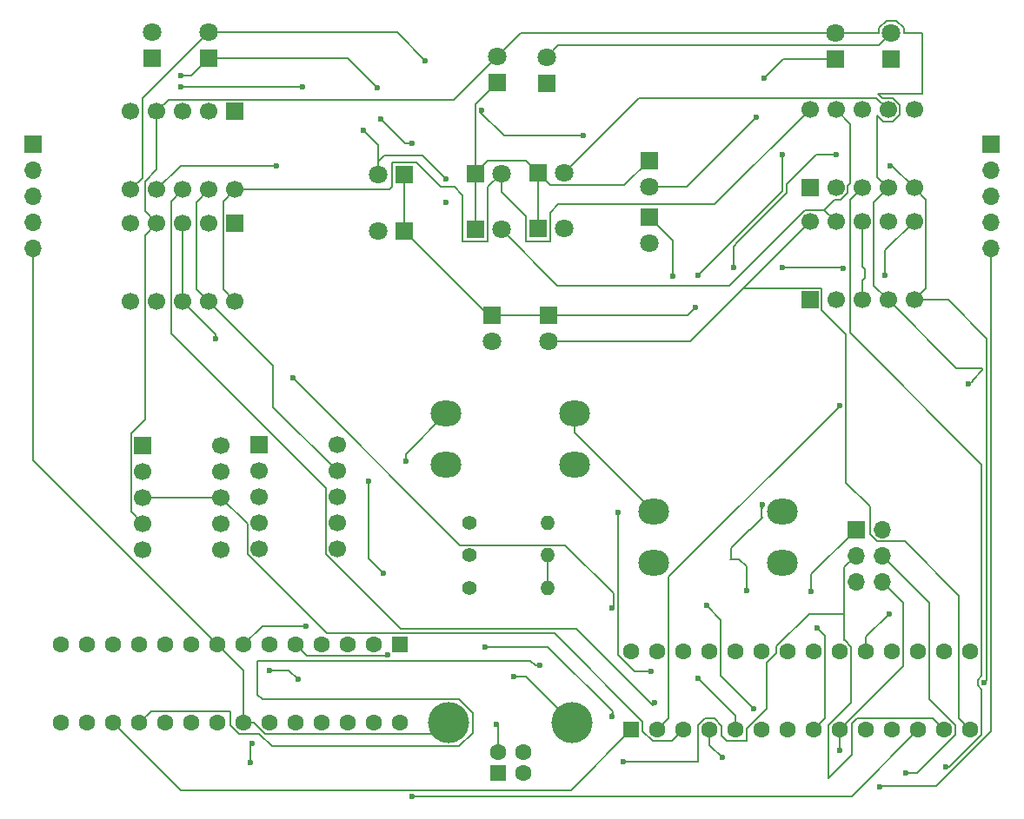
<source format=gbr>
%TF.GenerationSoftware,KiCad,Pcbnew,9.0.0*%
%TF.CreationDate,2025-02-26T11:53:00+01:00*%
%TF.ProjectId,game,67616d65-2e6b-4696-9361-645f70636258,rev?*%
%TF.SameCoordinates,Original*%
%TF.FileFunction,Copper,L2,Bot*%
%TF.FilePolarity,Positive*%
%FSLAX46Y46*%
G04 Gerber Fmt 4.6, Leading zero omitted, Abs format (unit mm)*
G04 Created by KiCad (PCBNEW 9.0.0) date 2025-02-26 11:53:00*
%MOMM*%
%LPD*%
G01*
G04 APERTURE LIST*
G04 Aperture macros list*
%AMRoundRect*
0 Rectangle with rounded corners*
0 $1 Rounding radius*
0 $2 $3 $4 $5 $6 $7 $8 $9 X,Y pos of 4 corners*
0 Add a 4 corners polygon primitive as box body*
4,1,4,$2,$3,$4,$5,$6,$7,$8,$9,$2,$3,0*
0 Add four circle primitives for the rounded corners*
1,1,$1+$1,$2,$3*
1,1,$1+$1,$4,$5*
1,1,$1+$1,$6,$7*
1,1,$1+$1,$8,$9*
0 Add four rect primitives between the rounded corners*
20,1,$1+$1,$2,$3,$4,$5,0*
20,1,$1+$1,$4,$5,$6,$7,0*
20,1,$1+$1,$6,$7,$8,$9,0*
20,1,$1+$1,$8,$9,$2,$3,0*%
G04 Aperture macros list end*
%TA.AperFunction,ComponentPad*%
%ADD10C,4.000000*%
%TD*%
%TA.AperFunction,ComponentPad*%
%ADD11C,1.600000*%
%TD*%
%TA.AperFunction,ComponentPad*%
%ADD12R,1.600000X1.600000*%
%TD*%
%TA.AperFunction,ComponentPad*%
%ADD13R,1.700000X1.700000*%
%TD*%
%TA.AperFunction,ComponentPad*%
%ADD14C,1.700000*%
%TD*%
%TA.AperFunction,ComponentPad*%
%ADD15RoundRect,0.250000X-0.550000X0.550000X-0.550000X-0.550000X0.550000X-0.550000X0.550000X0.550000X0*%
%TD*%
%TA.AperFunction,ComponentPad*%
%ADD16RoundRect,0.250000X0.550000X-0.550000X0.550000X0.550000X-0.550000X0.550000X-0.550000X-0.550000X0*%
%TD*%
%TA.AperFunction,ComponentPad*%
%ADD17O,3.000000X2.500000*%
%TD*%
%TA.AperFunction,ComponentPad*%
%ADD18C,1.400000*%
%TD*%
%TA.AperFunction,ComponentPad*%
%ADD19O,1.400000X1.400000*%
%TD*%
%TA.AperFunction,ComponentPad*%
%ADD20O,1.700000X1.700000*%
%TD*%
%TA.AperFunction,ComponentPad*%
%ADD21R,1.800000X1.800000*%
%TD*%
%TA.AperFunction,ComponentPad*%
%ADD22C,1.800000*%
%TD*%
%TA.AperFunction,ViaPad*%
%ADD23C,0.600000*%
%TD*%
%TA.AperFunction,Conductor*%
%ADD24C,0.200000*%
%TD*%
G04 APERTURE END LIST*
D10*
%TO.P,J5,5,Shield*%
%TO.N,GND*%
X155000000Y-150827500D03*
X143000000Y-150827500D03*
D11*
%TO.P,J5,4,GND*%
X147750000Y-153687500D03*
%TO.P,J5,3,D+*%
%TO.N,unconnected-(J5-D+-Pad3)*%
X150250000Y-153687500D03*
%TO.P,J5,2,D-*%
%TO.N,unconnected-(J5-D--Pad2)*%
X150250000Y-155687500D03*
D12*
%TO.P,J5,1,VBUS*%
%TO.N,+5V*%
X147750000Y-155687500D03*
%TD*%
D13*
%TO.P,U10,1,G*%
%TO.N,/G*%
X124517500Y-123747500D03*
D14*
%TO.P,U10,2,F*%
%TO.N,/F*%
X124517500Y-126287500D03*
%TO.P,U10,3,GND*%
%TO.N,/DIG5*%
X124517500Y-128827500D03*
%TO.P,U10,4,E*%
%TO.N,/E*%
X124517500Y-131367500D03*
%TO.P,U10,5,D*%
%TO.N,/D*%
X124517500Y-133907500D03*
%TO.P,U10,6,DP*%
%TO.N,/DP*%
X132137500Y-133907500D03*
%TO.P,U10,7,C*%
%TO.N,/C*%
X132137500Y-131367500D03*
%TO.P,U10,8,GND*%
%TO.N,/DIG5*%
X132137500Y-128827500D03*
%TO.P,U10,9,B*%
%TO.N,/B*%
X132137500Y-126287500D03*
%TO.P,U10,10,A*%
%TO.N,/A*%
X132137500Y-123747500D03*
%TD*%
D13*
%TO.P,U9,1,G*%
%TO.N,/G*%
X113180000Y-123760000D03*
D14*
%TO.P,U9,2,F*%
%TO.N,/F*%
X113180000Y-126300000D03*
%TO.P,U9,3,GND*%
%TO.N,/DIG4*%
X113180000Y-128840000D03*
%TO.P,U9,4,E*%
%TO.N,/E*%
X113180000Y-131380000D03*
%TO.P,U9,5,D*%
%TO.N,/D*%
X113180000Y-133920000D03*
%TO.P,U9,6,DP*%
%TO.N,/DP*%
X120800000Y-133920000D03*
%TO.P,U9,7,C*%
%TO.N,/C*%
X120800000Y-131380000D03*
%TO.P,U9,8,GND*%
%TO.N,/DIG4*%
X120800000Y-128840000D03*
%TO.P,U9,9,B*%
%TO.N,/B*%
X120800000Y-126300000D03*
%TO.P,U9,10,A*%
%TO.N,/A*%
X120800000Y-123760000D03*
%TD*%
D13*
%TO.P,U8,1,G*%
%TO.N,/G*%
X122152500Y-102117500D03*
D14*
%TO.P,U8,2,F*%
%TO.N,/F*%
X119612500Y-102117500D03*
%TO.P,U8,3,GND*%
%TO.N,/DIG3*%
X117072500Y-102117500D03*
%TO.P,U8,4,E*%
%TO.N,/E*%
X114532500Y-102117500D03*
%TO.P,U8,5,D*%
%TO.N,/D*%
X111992500Y-102117500D03*
%TO.P,U8,6,DP*%
%TO.N,/DP*%
X111992500Y-109737500D03*
%TO.P,U8,7,C*%
%TO.N,/C*%
X114532500Y-109737500D03*
%TO.P,U8,8,GND*%
%TO.N,/DIG3*%
X117072500Y-109737500D03*
%TO.P,U8,9,B*%
%TO.N,/B*%
X119612500Y-109737500D03*
%TO.P,U8,10,A*%
%TO.N,/A*%
X122152500Y-109737500D03*
%TD*%
D13*
%TO.P,U7,1,G*%
%TO.N,/G*%
X122152500Y-91217500D03*
D14*
%TO.P,U7,2,F*%
%TO.N,/F*%
X119612500Y-91217500D03*
%TO.P,U7,3,GND*%
%TO.N,/DIG2*%
X117072500Y-91217500D03*
%TO.P,U7,4,E*%
%TO.N,/E*%
X114532500Y-91217500D03*
%TO.P,U7,5,D*%
%TO.N,/D*%
X111992500Y-91217500D03*
%TO.P,U7,6,DP*%
%TO.N,/DP*%
X111992500Y-98837500D03*
%TO.P,U7,7,C*%
%TO.N,/C*%
X114532500Y-98837500D03*
%TO.P,U7,8,GND*%
%TO.N,/DIG2*%
X117072500Y-98837500D03*
%TO.P,U7,9,B*%
%TO.N,/B*%
X119612500Y-98837500D03*
%TO.P,U7,10,A*%
%TO.N,/A*%
X122152500Y-98837500D03*
%TD*%
D13*
%TO.P,U6,1,G*%
%TO.N,/G*%
X178147500Y-98682500D03*
D14*
%TO.P,U6,2,F*%
%TO.N,/F*%
X180687500Y-98682500D03*
%TO.P,U6,3,GND*%
%TO.N,/DIG1*%
X183227500Y-98682500D03*
%TO.P,U6,4,E*%
%TO.N,/E*%
X185767500Y-98682500D03*
%TO.P,U6,5,D*%
%TO.N,/D*%
X188307500Y-98682500D03*
%TO.P,U6,6,DP*%
%TO.N,/DP*%
X188307500Y-91062500D03*
%TO.P,U6,7,C*%
%TO.N,/C*%
X185767500Y-91062500D03*
%TO.P,U6,8,GND*%
%TO.N,/DIG1*%
X183227500Y-91062500D03*
%TO.P,U6,9,B*%
%TO.N,/B*%
X180687500Y-91062500D03*
%TO.P,U6,10,A*%
%TO.N,/A*%
X178147500Y-91062500D03*
%TD*%
D13*
%TO.P,U5,1,G*%
%TO.N,/G*%
X178147500Y-109582500D03*
D14*
%TO.P,U5,2,F*%
%TO.N,/F*%
X180687500Y-109582500D03*
%TO.P,U5,3,GND*%
%TO.N,/DIG0*%
X183227500Y-109582500D03*
%TO.P,U5,4,E*%
%TO.N,/E*%
X185767500Y-109582500D03*
%TO.P,U5,5,D*%
%TO.N,/D*%
X188307500Y-109582500D03*
%TO.P,U5,6,DP*%
%TO.N,/DP*%
X188307500Y-101962500D03*
%TO.P,U5,7,C*%
%TO.N,/C*%
X185767500Y-101962500D03*
%TO.P,U5,8,GND*%
%TO.N,/DIG0*%
X183227500Y-101962500D03*
%TO.P,U5,9,B*%
%TO.N,/B*%
X180687500Y-101962500D03*
%TO.P,U5,10,A*%
%TO.N,/A*%
X178147500Y-101962500D03*
%TD*%
D15*
%TO.P,U2,1,~{RESET}/PC6*%
%TO.N,unconnected-(U2-~{RESET}{slash}PC6-Pad1)*%
X138260000Y-143195000D03*
D11*
%TO.P,U2,2,PD0*%
%TO.N,/PD0*%
X135720000Y-143195000D03*
%TO.P,U2,3,PD1*%
%TO.N,/PD1*%
X133180000Y-143195000D03*
%TO.P,U2,4,PD2*%
%TO.N,/PD2*%
X130640000Y-143195000D03*
%TO.P,U2,5,PD3*%
%TO.N,/PD3*%
X128100000Y-143195000D03*
%TO.P,U2,6,PD4*%
%TO.N,/PD4*%
X125560000Y-143195000D03*
%TO.P,U2,7,VCC*%
%TO.N,+5V*%
X123020000Y-143195000D03*
%TO.P,U2,8,GND*%
%TO.N,GND*%
X120480000Y-143195000D03*
%TO.P,U2,9,XTAL1/PB6*%
%TO.N,unconnected-(U2-XTAL1{slash}PB6-Pad9)*%
X117940000Y-143195000D03*
%TO.P,U2,10,XTAL2/PB7*%
%TO.N,unconnected-(U2-XTAL2{slash}PB7-Pad10)*%
X115400000Y-143195000D03*
%TO.P,U2,11,PD5*%
%TO.N,/PD5*%
X112860000Y-143195000D03*
%TO.P,U2,12,PD6*%
%TO.N,/PD6*%
X110320000Y-143195000D03*
%TO.P,U2,13,PD7*%
%TO.N,/PD7*%
X107780000Y-143195000D03*
%TO.P,U2,14,PB0*%
%TO.N,/PB0*%
X105240000Y-143195000D03*
%TO.P,U2,15,PB1*%
%TO.N,/PB1*%
X105240000Y-150815000D03*
%TO.P,U2,16,PB2*%
%TO.N,/LOAD*%
X107780000Y-150815000D03*
%TO.P,U2,17,PB3*%
%TO.N,MOSI*%
X110320000Y-150815000D03*
%TO.P,U2,18,PB4*%
%TO.N,MISO*%
X112860000Y-150815000D03*
%TO.P,U2,19,PB5*%
%TO.N,SCK*%
X115400000Y-150815000D03*
%TO.P,U2,20,AVCC*%
%TO.N,unconnected-(U2-AVCC-Pad20)*%
X117940000Y-150815000D03*
%TO.P,U2,21,AREF*%
%TO.N,unconnected-(U2-AREF-Pad21)*%
X120480000Y-150815000D03*
%TO.P,U2,22,GND*%
%TO.N,GND*%
X123020000Y-150815000D03*
%TO.P,U2,23,PC0*%
%TO.N,+5V*%
X125560000Y-150815000D03*
%TO.P,U2,24,PC1*%
%TO.N,unconnected-(U2-PC1-Pad24)*%
X128100000Y-150815000D03*
%TO.P,U2,25,PC2*%
%TO.N,unconnected-(U2-PC2-Pad25)*%
X130640000Y-150815000D03*
%TO.P,U2,26,PC3*%
%TO.N,unconnected-(U2-PC3-Pad26)*%
X133180000Y-150815000D03*
%TO.P,U2,27,PC4*%
%TO.N,unconnected-(U2-PC4-Pad27)*%
X135720000Y-150815000D03*
%TO.P,U2,28,PC5*%
%TO.N,unconnected-(U2-PC5-Pad28)*%
X138260000Y-150815000D03*
%TD*%
D16*
%TO.P,U1,1,DIN*%
%TO.N,MOSI*%
X160780000Y-151500000D03*
D11*
%TO.P,U1,2,DIG_0*%
%TO.N,/DIG0*%
X163320000Y-151500000D03*
%TO.P,U1,3,DIG_4*%
%TO.N,/DIG4*%
X165860000Y-151500000D03*
%TO.P,U1,4,GND*%
%TO.N,GND*%
X168400000Y-151500000D03*
%TO.P,U1,5,DIG_6*%
%TO.N,/DIG6*%
X170940000Y-151500000D03*
%TO.P,U1,6,DIG_2*%
%TO.N,/DIG2*%
X173480000Y-151500000D03*
%TO.P,U1,7,DIG_3*%
%TO.N,/DIG3*%
X176020000Y-151500000D03*
%TO.P,U1,8,DIG_7*%
%TO.N,/DIG7*%
X178560000Y-151500000D03*
%TO.P,U1,9,GND*%
%TO.N,GND*%
X181100000Y-151500000D03*
%TO.P,U1,10,DIG_5*%
%TO.N,/DIG5*%
X183640000Y-151500000D03*
%TO.P,U1,11,DIG_1*%
%TO.N,/DIG1*%
X186180000Y-151500000D03*
%TO.P,U1,12,LOAD*%
%TO.N,/LOAD*%
X188720000Y-151500000D03*
%TO.P,U1,13,CLK*%
%TO.N,SCK*%
X191260000Y-151500000D03*
%TO.P,U1,14,SEG_A*%
%TO.N,/A*%
X193800000Y-151500000D03*
%TO.P,U1,15,SEG_F*%
%TO.N,/F*%
X193800000Y-143880000D03*
%TO.P,U1,16,SEG_B*%
%TO.N,/B*%
X191260000Y-143880000D03*
%TO.P,U1,17,SEG_G*%
%TO.N,/G*%
X188720000Y-143880000D03*
%TO.P,U1,18,ISET*%
%TO.N,Net-(U1-ISET)*%
X186180000Y-143880000D03*
%TO.P,U1,19,V+*%
%TO.N,+5V*%
X183640000Y-143880000D03*
%TO.P,U1,20,SEG_C*%
%TO.N,/C*%
X181100000Y-143880000D03*
%TO.P,U1,21,SEG_E*%
%TO.N,/E*%
X178560000Y-143880000D03*
%TO.P,U1,22,SEG_DP*%
%TO.N,/DP*%
X176020000Y-143880000D03*
%TO.P,U1,23,SEG_D*%
%TO.N,/D*%
X173480000Y-143880000D03*
%TO.P,U1,24,DOUT*%
%TO.N,unconnected-(U1-DOUT-Pad24)*%
X170940000Y-143880000D03*
%TO.P,U1,25*%
%TO.N,N/C*%
X168400000Y-143880000D03*
%TO.P,U1,26*%
X165860000Y-143880000D03*
%TO.P,U1,27*%
X163320000Y-143880000D03*
%TO.P,U1,28*%
X160780000Y-143880000D03*
%TD*%
D17*
%TO.P,SW4,1,1*%
%TO.N,+5V*%
X162950000Y-130200000D03*
X175450000Y-130200000D03*
%TO.P,SW4,2,2*%
%TO.N,unconnected-(SW4-Pad2)*%
X162950000Y-135200000D03*
%TO.N,unconnected-(SW4-Pad2)_1*%
X175450000Y-135200000D03*
%TD*%
%TO.P,SW3,1,1*%
%TO.N,+5V*%
X142750000Y-120700000D03*
X155250000Y-120700000D03*
%TO.P,SW3,2,2*%
%TO.N,unconnected-(SW3-Pad2)*%
X142750000Y-125700000D03*
%TO.N,unconnected-(SW3-Pad2)_1*%
X155250000Y-125700000D03*
%TD*%
D18*
%TO.P,R3,1*%
%TO.N,/PB1*%
X144980000Y-137650000D03*
D19*
%TO.P,R3,2*%
%TO.N,GND*%
X152600000Y-137650000D03*
%TD*%
D18*
%TO.P,R2,1*%
%TO.N,/PB0*%
X144980000Y-134500000D03*
D19*
%TO.P,R2,2*%
%TO.N,GND*%
X152600000Y-134500000D03*
%TD*%
D18*
%TO.P,R1,1*%
%TO.N,GND*%
X144980000Y-131350000D03*
D19*
%TO.P,R1,2*%
%TO.N,Net-(U1-ISET)*%
X152600000Y-131350000D03*
%TD*%
D13*
%TO.P,J6,1,Pin_1*%
%TO.N,MISO*%
X182650000Y-131975000D03*
D20*
%TO.P,J6,2,Pin_2*%
%TO.N,+5V*%
X185190000Y-131975000D03*
%TO.P,J6,3,Pin_3*%
%TO.N,SCK*%
X182650000Y-134515000D03*
%TO.P,J6,4,Pin_4*%
%TO.N,MOSI*%
X185190000Y-134515000D03*
%TO.P,J6,5,Pin_5*%
%TO.N,Reset*%
X182650000Y-137055000D03*
%TO.P,J6,6,Pin_6*%
%TO.N,GND*%
X185190000Y-137055000D03*
%TD*%
D13*
%TO.P,J4,1,Pin_1*%
%TO.N,/PD4*%
X102500000Y-94420000D03*
D20*
%TO.P,J4,2,Pin_2*%
%TO.N,/PD5*%
X102500000Y-96960000D03*
%TO.P,J4,3,Pin_3*%
%TO.N,/PD6*%
X102500000Y-99500000D03*
%TO.P,J4,4,Pin_4*%
%TO.N,/PD7*%
X102500000Y-102040000D03*
%TO.P,J4,5,Pin_5*%
%TO.N,GND*%
X102500000Y-104580000D03*
%TD*%
D13*
%TO.P,J3,1,Pin_1*%
%TO.N,/PD0*%
X195800000Y-94440000D03*
D20*
%TO.P,J3,2,Pin_2*%
%TO.N,/PD1*%
X195800000Y-96980000D03*
%TO.P,J3,3,Pin_3*%
%TO.N,/PD2*%
X195800000Y-99520000D03*
%TO.P,J3,4,Pin_4*%
%TO.N,/PD3*%
X195800000Y-102060000D03*
%TO.P,J3,5,Pin_5*%
%TO.N,GND*%
X195800000Y-104600000D03*
%TD*%
D21*
%TO.P,D16,1,K*%
%TO.N,/DIG7*%
X119570000Y-86070000D03*
D22*
%TO.P,D16,2,A*%
%TO.N,/DP*%
X119570000Y-83530000D03*
%TD*%
D21*
%TO.P,D15,1,K*%
%TO.N,/DIG7*%
X114100000Y-86070000D03*
D22*
%TO.P,D15,2,A*%
%TO.N,/F*%
X114100000Y-83530000D03*
%TD*%
D21*
%TO.P,D14,1,K*%
%TO.N,/DIG7*%
X186100000Y-86100000D03*
D22*
%TO.P,D14,2,A*%
%TO.N,/F*%
X186100000Y-83560000D03*
%TD*%
D21*
%TO.P,D13,1,K*%
%TO.N,/DIG7*%
X180630000Y-86100000D03*
D22*
%TO.P,D13,2,A*%
%TO.N,/E*%
X180630000Y-83560000D03*
%TD*%
D21*
%TO.P,D12,1,K*%
%TO.N,/DIG7*%
X138640000Y-97400000D03*
D22*
%TO.P,D12,2,A*%
%TO.N,/D*%
X136100000Y-97400000D03*
%TD*%
D21*
%TO.P,D11,1,K*%
%TO.N,/DIG7*%
X138640000Y-102870000D03*
D22*
%TO.P,D11,2,A*%
%TO.N,/C*%
X136100000Y-102870000D03*
%TD*%
D21*
%TO.P,D10,1,K*%
%TO.N,/DIG7*%
X147200000Y-111060000D03*
D22*
%TO.P,D10,2,A*%
%TO.N,/B*%
X147200000Y-113600000D03*
%TD*%
D21*
%TO.P,D9,1,K*%
%TO.N,/DIG7*%
X152670000Y-111060000D03*
D22*
%TO.P,D9,2,A*%
%TO.N,/A*%
X152670000Y-113600000D03*
%TD*%
D21*
%TO.P,D8,1,K*%
%TO.N,/DIG6*%
X162500000Y-101500000D03*
D22*
%TO.P,D8,2,A*%
%TO.N,/DP*%
X162500000Y-104040000D03*
%TD*%
D21*
%TO.P,D7,1,K*%
%TO.N,/DIG6*%
X162500000Y-96000000D03*
D22*
%TO.P,D7,2,A*%
%TO.N,/F*%
X162500000Y-98540000D03*
%TD*%
D21*
%TO.P,D6,1,K*%
%TO.N,/DIG6*%
X152500000Y-88470000D03*
D22*
%TO.P,D6,2,A*%
%TO.N,/F*%
X152500000Y-85930000D03*
%TD*%
D21*
%TO.P,D5,1,K*%
%TO.N,/DIG6*%
X147700000Y-88400000D03*
D22*
%TO.P,D5,2,A*%
%TO.N,/E*%
X147700000Y-85860000D03*
%TD*%
D21*
%TO.P,D4,1,K*%
%TO.N,/DIG6*%
X151660000Y-102670000D03*
D22*
%TO.P,D4,2,A*%
%TO.N,/D*%
X154200000Y-102670000D03*
%TD*%
D21*
%TO.P,D3,1,K*%
%TO.N,/DIG6*%
X151660000Y-97200000D03*
D22*
%TO.P,D3,2,A*%
%TO.N,/C*%
X154200000Y-97200000D03*
%TD*%
D21*
%TO.P,D2,1,K*%
%TO.N,/DIG6*%
X145560000Y-102730000D03*
D22*
%TO.P,D2,2,A*%
%TO.N,/B*%
X148100000Y-102730000D03*
%TD*%
D21*
%TO.P,D1,1,K*%
%TO.N,/DIG6*%
X145560000Y-97260000D03*
D22*
%TO.P,D1,2,A*%
%TO.N,/A*%
X148100000Y-97260000D03*
%TD*%
D23*
%TO.N,GND*%
X184980871Y-157050000D03*
%TO.N,+5V*%
X129100000Y-141400000D03*
X136600000Y-136200000D03*
X135200000Y-127300000D03*
X138816502Y-125339967D03*
X125500000Y-145700000D03*
X128300000Y-146600000D03*
X123800000Y-152800000D03*
X123700000Y-154700000D03*
%TO.N,GND*%
X169600000Y-154200000D03*
X181100000Y-153500000D03*
%TO.N,+5V*%
X185900000Y-140200000D03*
%TO.N,GND*%
X149300000Y-146300000D03*
X147617940Y-150974689D03*
%TO.N,/DIG5*%
X146500000Y-143400000D03*
X158839293Y-150251000D03*
%TO.N,/DIG1*%
X191401748Y-155101748D03*
%TO.N,/DIG7*%
X139400000Y-94300000D03*
X136400000Y-92000000D03*
X136000000Y-88900000D03*
X116900000Y-87700000D03*
X167300000Y-107200000D03*
X175500000Y-95400000D03*
X173700000Y-88000000D03*
X167000000Y-110300000D03*
X173489289Y-129550000D03*
X172000000Y-137900000D03*
X178900000Y-141600000D03*
%TO.N,/DIG6*%
X167300000Y-146500000D03*
X162700000Y-145800000D03*
X159500000Y-130300000D03*
X164800000Y-107300000D03*
%TO.N,/F*%
X172900000Y-91800000D03*
%TO.N,/DIG3*%
X120300000Y-113400000D03*
X127800000Y-117200000D03*
X158850000Y-139646831D03*
X168100000Y-139400000D03*
X172700000Y-149450000D03*
%TO.N,/DIG2*%
X163000000Y-148850000D03*
%TO.N,SCK*%
X160000000Y-154600000D03*
%TO.N,MOSI*%
X187500000Y-155700000D03*
%TO.N,MISO*%
X178300000Y-138000000D03*
X151866111Y-145251000D03*
%TO.N,/LOAD*%
X139400000Y-158000000D03*
%TO.N,/PD3*%
X137047700Y-144193761D03*
%TO.N,/D*%
X195150000Y-146896142D03*
X186000000Y-96500000D03*
X180700000Y-95400000D03*
X170700000Y-106400000D03*
X142700000Y-100100000D03*
X142700000Y-97800000D03*
X134700000Y-93100000D03*
X128700000Y-88800000D03*
X116900000Y-88800000D03*
%TO.N,/DP*%
X185500000Y-107200000D03*
X181426500Y-106509278D03*
X175500000Y-106400000D03*
X156100000Y-93600000D03*
X146210000Y-91109620D03*
X140650000Y-86250000D03*
%TO.N,/E*%
X193599004Y-117817091D03*
%TO.N,/DIG0*%
X181049291Y-119912801D03*
%TO.N,/C*%
X126200000Y-96500000D03*
%TD*%
D24*
%TO.N,/A*%
X146761000Y-98599000D02*
X148100000Y-97260000D01*
X146761000Y-103931000D02*
X146761000Y-98599000D01*
X144359000Y-103931000D02*
X146761000Y-103931000D01*
X137439000Y-96199000D02*
X139841000Y-96199000D01*
%TO.N,/DIG6*%
X145560000Y-102730000D02*
X145560000Y-97260000D01*
%TO.N,/A*%
X142242000Y-98600000D02*
X143559000Y-98600000D01*
X137439000Y-98601000D02*
X137439000Y-96199000D01*
X137202500Y-98837500D02*
X137439000Y-98601000D01*
X139841000Y-96199000D02*
X142242000Y-98600000D01*
X122152500Y-98837500D02*
X137202500Y-98837500D01*
X143559000Y-98600000D02*
X144359000Y-99400000D01*
X144359000Y-99400000D02*
X144359000Y-103931000D01*
%TO.N,GND*%
X195800000Y-104600000D02*
X195800000Y-151622735D01*
X190422735Y-157000000D02*
X185030871Y-157000000D01*
X195800000Y-151622735D02*
X190422735Y-157000000D01*
X185030871Y-157000000D02*
X184980871Y-157050000D01*
%TO.N,/DIG1*%
X194901000Y-147546142D02*
X194901000Y-151956049D01*
X194500000Y-147145142D02*
X194901000Y-147546142D01*
X194901000Y-151956049D02*
X191755301Y-155101748D01*
X194500000Y-146626903D02*
X194500000Y-147145142D01*
X194901000Y-146225903D02*
X194500000Y-146626903D01*
X182076500Y-112809400D02*
X194901000Y-125633900D01*
X182076500Y-99833500D02*
X182076500Y-112809400D01*
X191755301Y-155101748D02*
X191401748Y-155101748D01*
X194901000Y-125633900D02*
X194901000Y-146225903D01*
%TO.N,/D*%
X195400000Y-113371238D02*
X195400000Y-146646142D01*
X195400000Y-146646142D02*
X195150000Y-146896142D01*
X191611262Y-109582500D02*
X195400000Y-113371238D01*
X188307500Y-109582500D02*
X191611262Y-109582500D01*
%TO.N,/DIG1*%
X183227500Y-98682500D02*
X182076500Y-99833500D01*
%TO.N,+5V*%
X124815000Y-141400000D02*
X123020000Y-143195000D01*
X129100000Y-141400000D02*
X124815000Y-141400000D01*
X135200000Y-134800000D02*
X136600000Y-136200000D01*
X135200000Y-127300000D02*
X135200000Y-134800000D01*
X138800000Y-124650000D02*
X138800000Y-125300000D01*
X142750000Y-120700000D02*
X138800000Y-124650000D01*
X155250000Y-120700000D02*
X155250000Y-122500000D01*
X155250000Y-122500000D02*
X162950000Y-130200000D01*
X127400000Y-145700000D02*
X125500000Y-145700000D01*
X128300000Y-146600000D02*
X127400000Y-145700000D01*
X123700000Y-152900000D02*
X123800000Y-152800000D01*
X123700000Y-154700000D02*
X123700000Y-152900000D01*
%TO.N,GND*%
X147750000Y-151106749D02*
X147617940Y-150974689D01*
X147750000Y-153687500D02*
X147750000Y-151106749D01*
%TO.N,/DIG5*%
X158839293Y-149944463D02*
X158839293Y-150251000D01*
X158933249Y-149850507D02*
X158839293Y-149944463D01*
X158933249Y-149733249D02*
X158933249Y-149850507D01*
X152600000Y-143400000D02*
X158933249Y-149733249D01*
X146500000Y-143400000D02*
X152600000Y-143400000D01*
%TO.N,/DIG2*%
X163000000Y-149050000D02*
X163000000Y-148850000D01*
X155394000Y-141694000D02*
X162850000Y-149150000D01*
X130986500Y-127914500D02*
X130986500Y-134384260D01*
X115921500Y-99988500D02*
X115921500Y-112849500D01*
X117072500Y-98837500D02*
X115921500Y-99988500D01*
X115921500Y-112849500D02*
X130986500Y-127914500D01*
X130986500Y-134384260D02*
X138296240Y-141694000D01*
X162900000Y-149150000D02*
X163000000Y-149050000D01*
X138296240Y-141694000D02*
X155394000Y-141694000D01*
X162850000Y-149150000D02*
X162900000Y-149150000D01*
%TO.N,GND*%
X168400000Y-153000000D02*
X168400000Y-151500000D01*
X169600000Y-154200000D02*
X168400000Y-153000000D01*
%TO.N,SCK*%
X178117050Y-140182950D02*
X181500000Y-140182950D01*
X174919000Y-143381000D02*
X178117050Y-140182950D01*
X174919000Y-143998050D02*
X174919000Y-143381000D01*
X172041000Y-151359000D02*
X173936050Y-149463950D01*
X172041000Y-152601000D02*
X172041000Y-151359000D01*
X173936050Y-144981000D02*
X174919000Y-143998050D01*
X170066686Y-152601000D02*
X172041000Y-152601000D01*
X168856050Y-150399000D02*
X169566686Y-151109636D01*
X167943950Y-150399000D02*
X168856050Y-150399000D01*
X167299000Y-151043950D02*
X167943950Y-150399000D01*
X169566686Y-151109636D02*
X169566686Y-152101000D01*
X173936050Y-149463950D02*
X173936050Y-144981000D01*
X160000000Y-154600000D02*
X167299000Y-154600000D01*
X167299000Y-154600000D02*
X167299000Y-151043950D01*
X169566686Y-152101000D02*
X170066686Y-152601000D01*
%TO.N,GND*%
X181100000Y-151500000D02*
X181100000Y-153500000D01*
%TO.N,SCK*%
X190160000Y-150400000D02*
X191260000Y-151500000D01*
X182765686Y-150400000D02*
X190160000Y-150400000D01*
X182265686Y-150900000D02*
X182765686Y-150400000D01*
X179999000Y-156201000D02*
X182265686Y-153934314D01*
X179999000Y-151043950D02*
X179999000Y-156201000D01*
X182265686Y-153934314D02*
X182265686Y-150900000D01*
X181556050Y-142779000D02*
X182200000Y-143422950D01*
X181500000Y-142779000D02*
X181556050Y-142779000D01*
X182200000Y-143422950D02*
X182200000Y-148842950D01*
X181500000Y-140182950D02*
X181500000Y-142779000D01*
X182200000Y-148842950D02*
X179999000Y-151043950D01*
%TO.N,GND*%
X187281000Y-145319000D02*
X181100000Y-151500000D01*
X187281000Y-139146000D02*
X187281000Y-145319000D01*
X185190000Y-137055000D02*
X187281000Y-139146000D01*
%TO.N,MOSI*%
X192361000Y-151043950D02*
X192361000Y-151956050D01*
X189821000Y-148503950D02*
X192361000Y-151043950D01*
X189821000Y-139146000D02*
X189821000Y-148503950D01*
X185190000Y-134515000D02*
X189821000Y-139146000D01*
X192361000Y-151956050D02*
X188617050Y-155700000D01*
X188617050Y-155700000D02*
X187500000Y-155700000D01*
%TO.N,+5V*%
X185900000Y-140200000D02*
X183640000Y-142460000D01*
X183640000Y-142460000D02*
X183640000Y-143880000D01*
%TO.N,/DIG7*%
X173489289Y-129737168D02*
X173489289Y-129550000D01*
X173489289Y-129737168D02*
X173489289Y-129550000D01*
X173489289Y-129737168D02*
X173496032Y-129743911D01*
X173496032Y-129825492D02*
X173496032Y-129743911D01*
X173496032Y-129825492D02*
X173496032Y-129743911D01*
X173496032Y-129825492D02*
X173467849Y-129853675D01*
X173496032Y-129825492D02*
X173467849Y-129853675D01*
X173529260Y-129853675D02*
X173467849Y-129853675D01*
X173529260Y-129853675D02*
X173467849Y-129853675D01*
X173529260Y-129853675D02*
X173415025Y-129967910D01*
X173529260Y-129853675D02*
X173415025Y-129967910D01*
X173415025Y-130061595D02*
X173415025Y-129967910D01*
X173415025Y-130061595D02*
X173415025Y-129967910D01*
X173404552Y-130072068D02*
X173404552Y-130172136D01*
X173400152Y-130272001D02*
X173401494Y-130273343D01*
X173401494Y-130273343D02*
X173401494Y-130347367D01*
X173406457Y-130352330D02*
X173401494Y-130347367D01*
X173406457Y-130352330D02*
X173401494Y-130347367D01*
X173489289Y-129737168D02*
X173496032Y-129743911D01*
X173400152Y-130272001D02*
X173400152Y-130176536D01*
X173406457Y-130352330D02*
X173406457Y-130397354D01*
X173411404Y-130402301D02*
X173406457Y-130397354D01*
X173411404Y-130402301D02*
X173411404Y-130469166D01*
X173415025Y-130061595D02*
X173404552Y-130072068D01*
X173421849Y-130519300D02*
X173421849Y-130479611D01*
X173421849Y-130519300D02*
X173430042Y-130527493D01*
X173430042Y-130580477D02*
X173430042Y-130527493D01*
X173430042Y-130580477D02*
X173430042Y-130527493D01*
X173430042Y-130580477D02*
X173443675Y-130594110D01*
X173400152Y-130176536D02*
X173404552Y-130172136D01*
X173401494Y-130273343D02*
X173401494Y-130347367D01*
X173443675Y-130621443D02*
X173443675Y-130594110D01*
X173443675Y-130621443D02*
X173443675Y-130594110D01*
X173421849Y-130479611D02*
X173411404Y-130469166D01*
X173443675Y-130621443D02*
X173452077Y-130629845D01*
X173421849Y-130479611D02*
X173411404Y-130469166D01*
X173443675Y-130621443D02*
X173452077Y-130629845D01*
X173430042Y-130580477D02*
X173443675Y-130594110D01*
X173452077Y-130664317D02*
X173452077Y-130629845D01*
X173452077Y-130664317D02*
X173452077Y-130629845D01*
X173452077Y-130664317D02*
X173464198Y-130676438D01*
X173411404Y-130402301D02*
X173406457Y-130397354D01*
X173400152Y-130176536D02*
X173404552Y-130172136D01*
X173415025Y-130061595D02*
X173404552Y-130072068D01*
X173452077Y-130664317D02*
X173464198Y-130676438D01*
X173464198Y-130717401D02*
X173464198Y-130676438D01*
X173464198Y-130717401D02*
X173464198Y-130676438D01*
X173464198Y-130717401D02*
X173481140Y-130734343D01*
X173400152Y-130272001D02*
X173400152Y-130176536D01*
X173481140Y-130734343D02*
X173481140Y-130753956D01*
X173404552Y-130072068D02*
X173404552Y-130172136D01*
X173481140Y-130734343D02*
X173481140Y-130753956D01*
X173464198Y-130717401D02*
X173481140Y-130734343D01*
X173490375Y-130763191D02*
X173481140Y-130753956D01*
X173490375Y-130763191D02*
X173481140Y-130753956D01*
X173490375Y-130763191D02*
X173490375Y-130809625D01*
X173406457Y-130352330D02*
X173406457Y-130397354D01*
X173490375Y-130763191D02*
X173490375Y-130809625D01*
X170500000Y-133800000D02*
X173490375Y-130809625D01*
X171328860Y-132890380D02*
X171409620Y-132890380D01*
X171300000Y-132900000D02*
X171319240Y-132900000D01*
X170500000Y-134850000D02*
X170500000Y-133800000D01*
X173421849Y-130519300D02*
X173430042Y-130527493D01*
X173421849Y-130519300D02*
X173421849Y-130479611D01*
X173400152Y-130272001D02*
X173401494Y-130273343D01*
X173411404Y-130402301D02*
X173411404Y-130469166D01*
X171409620Y-132890380D02*
X173490375Y-130809625D01*
X171319240Y-132900000D02*
X171328860Y-132890380D01*
%TO.N,GND*%
X152600000Y-137650000D02*
X152600000Y-134500000D01*
X150472500Y-146300000D02*
X149300000Y-146300000D01*
X155000000Y-150827500D02*
X150472500Y-146300000D01*
X141911500Y-151916000D02*
X143000000Y-150827500D01*
X125103950Y-151916000D02*
X141911500Y-151916000D01*
X124002950Y-150815000D02*
X125103950Y-151916000D01*
X123020000Y-150815000D02*
X124002950Y-150815000D01*
%TO.N,MISO*%
X151401000Y-145251000D02*
X151866111Y-145251000D01*
X150950000Y-144800000D02*
X151401000Y-145251000D01*
X124365685Y-148063635D02*
X124365685Y-144800000D01*
X124365685Y-144800000D02*
X150950000Y-144800000D01*
X124828550Y-148526500D02*
X124365685Y-148063635D01*
X143953106Y-148526500D02*
X124828550Y-148526500D01*
X145301000Y-149874394D02*
X143953106Y-148526500D01*
X125749350Y-153128500D02*
X143953106Y-153128500D01*
X124536850Y-151916000D02*
X125749350Y-153128500D01*
X121734315Y-151086365D02*
X122563950Y-151916000D01*
X121734315Y-149700000D02*
X121734315Y-151086365D01*
X143953106Y-153128500D02*
X145301000Y-151780606D01*
X122563950Y-151916000D02*
X124536850Y-151916000D01*
X145301000Y-151780606D02*
X145301000Y-149874394D01*
X112860000Y-150815000D02*
X113975000Y-149700000D01*
X113975000Y-149700000D02*
X121734315Y-149700000D01*
%TO.N,GND*%
X120480000Y-143195000D02*
X123020000Y-145735000D01*
X123020000Y-145735000D02*
X123020000Y-150815000D01*
X102500000Y-104580000D02*
X102500000Y-125215000D01*
X102500000Y-125215000D02*
X120480000Y-143195000D01*
%TO.N,/DIG3*%
X169501000Y-146251000D02*
X169501000Y-140801000D01*
X169501000Y-140801000D02*
X168100000Y-139400000D01*
X172700000Y-149450000D02*
X169501000Y-146251000D01*
%TO.N,/A*%
X192699000Y-150399000D02*
X193800000Y-151500000D01*
X192699000Y-138421926D02*
X192699000Y-150399000D01*
X184713240Y-133126000D02*
X187403074Y-133126000D01*
X184039000Y-129761926D02*
X184039000Y-132451760D01*
X181676500Y-112976500D02*
X181676500Y-127399426D01*
X179298500Y-108431500D02*
X179298500Y-110598500D01*
X179298500Y-110598500D02*
X181676500Y-112976500D01*
%TO.N,/DIG0*%
X181049291Y-119950709D02*
X181049291Y-119912801D01*
X164421000Y-150399000D02*
X164421000Y-136579000D01*
%TO.N,/A*%
X187403074Y-133126000D02*
X192699000Y-138421926D01*
%TO.N,/DIG0*%
X163320000Y-151500000D02*
X164421000Y-150399000D01*
%TO.N,/DP*%
X181317222Y-106400000D02*
X181426500Y-106509278D01*
X175500000Y-106400000D02*
X181317222Y-106400000D01*
%TO.N,/A*%
X181676500Y-127399426D02*
X184039000Y-129761926D01*
X184039000Y-132451760D02*
X184713240Y-133126000D01*
%TO.N,/DIG0*%
X164421000Y-136579000D02*
X181049291Y-119950709D01*
X183227500Y-107738186D02*
X183227500Y-109582500D01*
X183500000Y-107465686D02*
X183227500Y-107738186D01*
X183500000Y-106634314D02*
X183500000Y-107465686D01*
X183227500Y-106361814D02*
X183500000Y-106634314D01*
X183227500Y-101962500D02*
X183227500Y-106361814D01*
%TO.N,/A*%
X178147500Y-101962500D02*
X171678500Y-108431500D01*
X171678500Y-108431500D02*
X179298500Y-108431500D01*
%TO.N,/F*%
X153669000Y-84761000D02*
X152500000Y-85930000D01*
X184899000Y-84761000D02*
X153669000Y-84761000D01*
X186100000Y-83560000D02*
X184899000Y-84761000D01*
%TO.N,/E*%
X184899000Y-83560000D02*
X180630000Y-83560000D01*
X184899000Y-83062529D02*
X184899000Y-83560000D01*
X185602529Y-82359000D02*
X184899000Y-83062529D01*
X187301000Y-83062529D02*
X186597471Y-82359000D01*
X186597471Y-82359000D02*
X185602529Y-82359000D01*
X187301000Y-83560000D02*
X187301000Y-83062529D01*
X189100000Y-83560000D02*
X187301000Y-83560000D01*
X184782600Y-89510500D02*
X189100000Y-89510500D01*
X185290740Y-89911500D02*
X185237170Y-89965070D01*
X189100000Y-89510500D02*
X189100000Y-83560000D01*
X186244260Y-89911500D02*
X185290740Y-89911500D01*
X186244260Y-92213500D02*
X186918500Y-91539260D01*
X185237170Y-89965070D02*
X184782600Y-89510500D01*
X184700000Y-91622760D02*
X185290740Y-92213500D01*
X185290740Y-92213500D02*
X186244260Y-92213500D01*
X184700000Y-97615000D02*
X184700000Y-91622760D01*
X186918500Y-91539260D02*
X186918500Y-90585740D01*
X186918500Y-90585740D02*
X186244260Y-89911500D01*
X185767500Y-98682500D02*
X184700000Y-97615000D01*
%TO.N,/DIG7*%
X138700000Y-94300000D02*
X139400000Y-94300000D01*
X136400000Y-92000000D02*
X138700000Y-94300000D01*
X133170000Y-86070000D02*
X136000000Y-88900000D01*
X119570000Y-86070000D02*
X133170000Y-86070000D01*
X117940000Y-87700000D02*
X119570000Y-86070000D01*
X116900000Y-87700000D02*
X117940000Y-87700000D01*
%TO.N,/DP*%
X137930000Y-83530000D02*
X140650000Y-86250000D01*
X119570000Y-83530000D02*
X137930000Y-83530000D01*
%TO.N,/PD3*%
X129201000Y-144296000D02*
X128100000Y-143195000D01*
X136945461Y-144296000D02*
X129201000Y-144296000D01*
X137047700Y-144193761D02*
X136945461Y-144296000D01*
%TO.N,/DIG7*%
X175500000Y-95400000D02*
X175500000Y-99000000D01*
%TO.N,/D*%
X170700000Y-104368514D02*
X171184257Y-103884257D01*
X170700000Y-106400000D02*
X170700000Y-104368514D01*
X178800000Y-95400000D02*
X180700000Y-95400000D01*
X175902000Y-99166514D02*
X175902000Y-98298000D01*
%TO.N,/DIG7*%
X175500000Y-99000000D02*
X167300000Y-107200000D01*
%TO.N,/D*%
X171134257Y-103934257D02*
X175902000Y-99166514D01*
X175902000Y-98298000D02*
X178800000Y-95400000D01*
%TO.N,/DIG7*%
X180630000Y-86100000D02*
X175600000Y-86100000D01*
X175600000Y-86100000D02*
X173700000Y-88000000D01*
X167000000Y-110300000D02*
X166240000Y-111060000D01*
X166240000Y-111060000D02*
X152670000Y-111060000D01*
X170500000Y-134850000D02*
X170400000Y-134850000D01*
X171250000Y-134850000D02*
X170500000Y-134850000D01*
X172000000Y-135600000D02*
X171250000Y-134850000D01*
X172000000Y-137900000D02*
X172000000Y-135600000D01*
X179661000Y-142361000D02*
X178900000Y-141600000D01*
X178560000Y-151500000D02*
X179661000Y-150399000D01*
X179661000Y-150399000D02*
X179661000Y-142361000D01*
%TO.N,/DIG6*%
X167300000Y-146500000D02*
X170940000Y-150140000D01*
X170940000Y-150140000D02*
X170940000Y-151500000D01*
X162700000Y-145800000D02*
X162800000Y-145800000D01*
X161100000Y-145800000D02*
X162700000Y-145800000D01*
%TO.N,/DIG3*%
X154312372Y-133499000D02*
X159027938Y-138214566D01*
%TO.N,/DIG6*%
X159500000Y-144200000D02*
X161100000Y-145800000D01*
%TO.N,/DIG3*%
X127800000Y-117200000D02*
X144099000Y-133499000D01*
X144099000Y-133499000D02*
X154312372Y-133499000D01*
%TO.N,/DIG6*%
X159500000Y-130300000D02*
X159500000Y-144200000D01*
%TO.N,/DIG3*%
X159027938Y-139468893D02*
X158850000Y-139646831D01*
X159027938Y-138214566D02*
X159027938Y-139468893D01*
%TO.N,/DIG6*%
X164800000Y-103800000D02*
X164800000Y-107300000D01*
X162500000Y-101500000D02*
X164800000Y-103800000D01*
X145560000Y-90540000D02*
X145560000Y-97260000D01*
X147700000Y-88400000D02*
X145560000Y-90540000D01*
%TO.N,/DP*%
X146150000Y-91109620D02*
X146210000Y-91109620D01*
X146050000Y-91209620D02*
X146150000Y-91109620D01*
X148400000Y-93600000D02*
X146050000Y-91250000D01*
X156100000Y-93600000D02*
X148400000Y-93600000D01*
X146050000Y-91250000D02*
X146050000Y-91209620D01*
%TO.N,/F*%
X166160000Y-98540000D02*
X172900000Y-91800000D01*
X162500000Y-98540000D02*
X166160000Y-98540000D01*
%TO.N,/DIG6*%
X160100000Y-98400000D02*
X152860000Y-98400000D01*
X152860000Y-98400000D02*
X151660000Y-97200000D01*
X162500000Y-96000000D02*
X160100000Y-98400000D01*
X151660000Y-97200000D02*
X151660000Y-102670000D01*
%TO.N,/A*%
X168910000Y-100300000D02*
X178147500Y-91062500D01*
X150459000Y-103871000D02*
X152861000Y-103871000D01*
X150459000Y-101424686D02*
X150459000Y-103871000D01*
X152861000Y-101100000D02*
X153661000Y-100300000D01*
X148100000Y-99065686D02*
X150459000Y-101424686D01*
X153661000Y-100300000D02*
X168910000Y-100300000D01*
X148100000Y-97260000D02*
X148100000Y-99065686D01*
X152861000Y-103871000D02*
X152861000Y-101100000D01*
%TO.N,/DIG6*%
X146761000Y-96059000D02*
X150519000Y-96059000D01*
X145560000Y-97260000D02*
X146761000Y-96059000D01*
X150519000Y-96059000D02*
X151660000Y-97200000D01*
%TO.N,/DIG7*%
X138640000Y-102870000D02*
X138640000Y-97400000D01*
%TO.N,/D*%
X136692060Y-95535148D02*
X140435148Y-95535148D01*
X136100000Y-96127208D02*
X136692060Y-95535148D01*
X140435148Y-95535148D02*
X142700000Y-97800000D01*
X136100000Y-97400000D02*
X136100000Y-96127208D01*
%TO.N,/DIG7*%
X146830000Y-111060000D02*
X138640000Y-102870000D01*
X147200000Y-111060000D02*
X146830000Y-111060000D01*
X152670000Y-111060000D02*
X147200000Y-111060000D01*
%TO.N,/DIG3*%
X120300000Y-112965000D02*
X120300000Y-113400000D01*
X117072500Y-109737500D02*
X120300000Y-112965000D01*
%TO.N,SCK*%
X181500000Y-135665000D02*
X181500000Y-140182950D01*
X182650000Y-134515000D02*
X181500000Y-135665000D01*
%TO.N,MISO*%
X178300000Y-136325000D02*
X182650000Y-131975000D01*
X178300000Y-138000000D02*
X178300000Y-136325000D01*
%TO.N,MOSI*%
X154881000Y-157399000D02*
X160780000Y-151500000D01*
X116904000Y-157399000D02*
X154881000Y-157399000D01*
%TO.N,/LOAD*%
X188720000Y-151500000D02*
X182220000Y-158000000D01*
%TO.N,MOSI*%
X110320000Y-150815000D02*
X116904000Y-157399000D01*
%TO.N,/LOAD*%
X182220000Y-158000000D02*
X139400000Y-158000000D01*
%TO.N,/E*%
X194033109Y-117523591D02*
X193908508Y-117648192D01*
X194983037Y-116467963D02*
X194033109Y-117417891D01*
X194983037Y-116267963D02*
X194983037Y-116467963D01*
X192402963Y-116217963D02*
X194933037Y-116217963D01*
X193673207Y-117817091D02*
X193599004Y-117817091D01*
X194933037Y-116217963D02*
X194983037Y-116267963D01*
X193842106Y-117648192D02*
X193673207Y-117817091D01*
X185767500Y-109582500D02*
X192402963Y-116217963D01*
X193908508Y-117648192D02*
X193842106Y-117648192D01*
X194033109Y-117417891D02*
X194033109Y-117523591D01*
%TO.N,/DIG4*%
X161881000Y-151618050D02*
X162863950Y-152601000D01*
X161881000Y-150714840D02*
X161881000Y-151618050D01*
X162863950Y-152601000D02*
X164759000Y-152601000D01*
X153260160Y-142094000D02*
X161881000Y-150714840D01*
X131076240Y-142094000D02*
X153260160Y-142094000D01*
X123366500Y-134384260D02*
X131076240Y-142094000D01*
X123366500Y-131406500D02*
X123366500Y-134384260D01*
X164759000Y-152601000D02*
X165860000Y-151500000D01*
X120800000Y-128840000D02*
X123366500Y-131406500D01*
%TO.N,/D*%
X189458500Y-108431500D02*
X188307500Y-109582500D01*
X189458500Y-99833500D02*
X189458500Y-108431500D01*
X188307500Y-98682500D02*
X189458500Y-99833500D01*
X186125000Y-96500000D02*
X188307500Y-98682500D01*
X186000000Y-96500000D02*
X186125000Y-96500000D01*
%TO.N,/B*%
X181838500Y-99159260D02*
X181838500Y-98509500D01*
X181838500Y-98509500D02*
X182100000Y-98248000D01*
X182100000Y-98248000D02*
X182100000Y-92475000D01*
X182100000Y-92475000D02*
X180687500Y-91062500D01*
X181164260Y-99833500D02*
X181838500Y-99159260D01*
X180514500Y-99833500D02*
X181164260Y-99833500D01*
X179536500Y-100811500D02*
X180514500Y-99833500D01*
X177670740Y-100811500D02*
X179536500Y-100811500D01*
X170282240Y-108200000D02*
X177670740Y-100811500D01*
X153570000Y-108200000D02*
X170282240Y-108200000D01*
X148100000Y-102730000D02*
X153570000Y-108200000D01*
%TO.N,/D*%
X136100000Y-94500000D02*
X136100000Y-97400000D01*
X134700000Y-93100000D02*
X136100000Y-94500000D01*
X116900000Y-88800000D02*
X128700000Y-88800000D01*
%TO.N,/DP*%
X185500000Y-104770000D02*
X188307500Y-101962500D01*
X185500000Y-107200000D02*
X185500000Y-104770000D01*
X113143500Y-97686500D02*
X111992500Y-98837500D01*
X119570000Y-83530000D02*
X113143500Y-89956500D01*
%TO.N,/E*%
X113381500Y-98014185D02*
X113381500Y-100966500D01*
X113381500Y-100966500D02*
X114532500Y-102117500D01*
X114532500Y-91217500D02*
X114532500Y-96863186D01*
X114532500Y-96863186D02*
X113381500Y-98014185D01*
%TO.N,/DP*%
X113143500Y-89956500D02*
X113143500Y-97686500D01*
%TO.N,/E*%
X112029000Y-130229000D02*
X113180000Y-131380000D01*
X113381500Y-121256500D02*
X112029000Y-122609000D01*
X112029000Y-122609000D02*
X112029000Y-130229000D01*
X113381500Y-103268500D02*
X113381500Y-121256500D01*
X114532500Y-102117500D02*
X113381500Y-103268500D01*
X115683500Y-90066500D02*
X114532500Y-91217500D01*
X143493500Y-90066500D02*
X115683500Y-90066500D01*
X147700000Y-85860000D02*
X143493500Y-90066500D01*
X150000000Y-83560000D02*
X147700000Y-85860000D01*
X180630000Y-83560000D02*
X150000000Y-83560000D01*
X184378500Y-100071500D02*
X185767500Y-98682500D01*
X184378500Y-108193500D02*
X184378500Y-100071500D01*
X185767500Y-109582500D02*
X184378500Y-108193500D01*
%TO.N,/DIG3*%
X117072500Y-109737500D02*
X117072500Y-102117500D01*
%TO.N,/DIG4*%
X120800000Y-128840000D02*
X113180000Y-128840000D01*
%TO.N,/C*%
X116870000Y-96500000D02*
X114532500Y-98837500D01*
X126200000Y-96500000D02*
X116870000Y-96500000D01*
X161488500Y-89911500D02*
X154200000Y-97200000D01*
X184616500Y-89911500D02*
X161488500Y-89911500D01*
X185767500Y-91062500D02*
X184616500Y-89911500D01*
%TO.N,/B*%
X180687500Y-101962500D02*
X179536500Y-100811500D01*
X118400000Y-100050000D02*
X119612500Y-98837500D01*
X118400000Y-108525000D02*
X118400000Y-100050000D01*
X119612500Y-109737500D02*
X118400000Y-108525000D01*
X125900000Y-120050000D02*
X125900000Y-116025000D01*
X125900000Y-116025000D02*
X119612500Y-109737500D01*
X132137500Y-126287500D02*
X125900000Y-120050000D01*
%TO.N,/A*%
X166510000Y-113600000D02*
X152670000Y-113600000D01*
X178147500Y-101962500D02*
X166510000Y-113600000D01*
X121001500Y-108586500D02*
X122152500Y-109737500D01*
X122152500Y-98837500D02*
X121001500Y-99988500D01*
X121001500Y-99988500D02*
X121001500Y-108586500D01*
%TD*%
M02*

</source>
